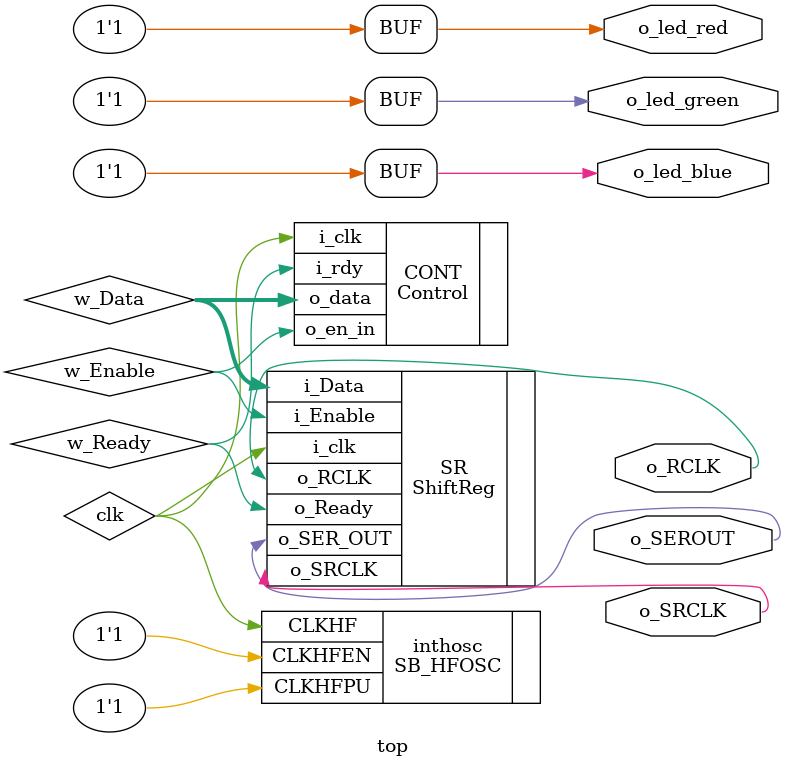
<source format=v>
`timescale  1ns/1ps
`default_nettype none


module top (
    output o_led_blue,
    output o_led_green,
    output o_led_red,   
    output o_RCLK,
    output o_SRCLK,
    output o_SEROUT );

// internal clock 48 Mhz
wire clk;
SB_HFOSC inthosc (.CLKHFPU(1'b1), .CLKHFEN(1'b1), .CLKHF(clk));

// RGB led all off
assign o_led_blue = 1'b1;
assign o_led_green = 1'b1;
assign o_led_red = 1'b1;

// connections between ShiftReg and Control  
wire w_Ready;
wire w_Enable;
wire [7:0] w_Data;

ShiftReg SR (
    .i_clk(clk),
    .i_Data(w_Data),
    .i_Enable(w_Enable),
    .o_Ready(w_Ready),
    .o_RCLK(o_RCLK),
    .o_SRCLK(o_SRCLK),
    .o_SER_OUT(o_SEROUT) );

Control #(.N(24)) CONT (
    .i_clk(clk),
    .i_rdy(w_Ready),
    .o_data(w_Data),
    .o_en_in(w_Enable) );
    
endmodule // top

</source>
